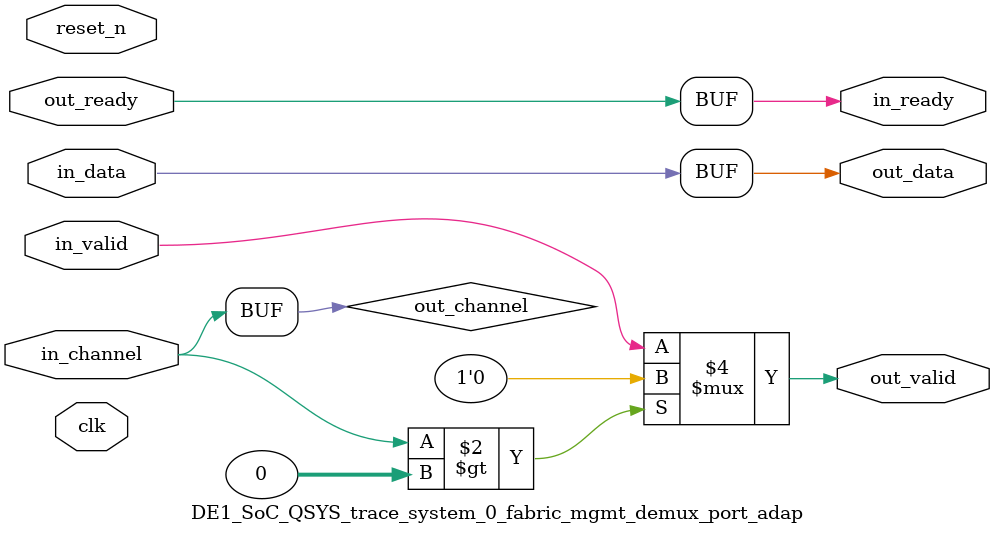
<source format=v>

`timescale 1ns / 100ps
module DE1_SoC_QSYS_trace_system_0_fabric_mgmt_demux_port_adap (
    
      // Interface: clk
      input              clk,
      // Interface: reset
      input              reset_n,
      // Interface: in
      output reg         in_ready,
      input              in_valid,
      input              in_data,
      input              in_channel,
      // Interface: out
      input              out_ready,
      output reg         out_valid,
      output reg         out_data
);


   reg          out_channel;

   // ---------------------------------------------------------------------
   //| Payload Mapping
   // ---------------------------------------------------------------------
   always @* begin
      in_ready = out_ready;
      out_valid = in_valid;
      out_data = in_data;

      out_channel = in_channel       ;
      // Suppress channels that are higher than the destination's max_channel.
      if (in_channel > 0) begin
         out_valid = 0;
         // Simulation Message goes here.
      end
   end

endmodule


</source>
